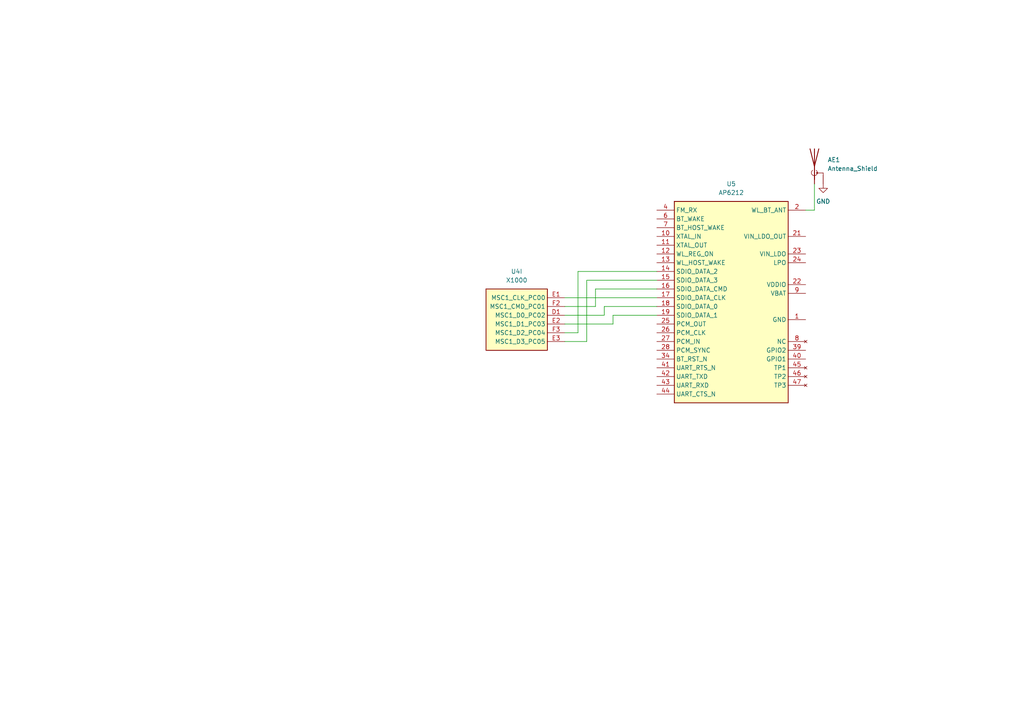
<source format=kicad_sch>
(kicad_sch (version 20211123) (generator eeschema)
  (paper "A4")
  (lib_symbols
    (symbol "Device:Antenna_Shield" (pin_numbers hide) (pin_names (offset 1.016) hide)
      (property "Reference" "AE" (at -1.905 4.445 0))
      (property "Value" "Antenna_Shield" (at -1.905 2.54 0))
      (symbol "Antenna_Shield_0_1"
        (arc (start -0.508 -1.143) (mid -0.8429 -2.1194) (end 0 -2.667))
        (arc (start 0 -2.667) (mid 0.7989 -2.1052) (end 0.508 -1.143))
        (polyline (pts (xy 0 -2.54) (xy 0 0)))
        (polyline (pts (xy 0 5.08) (xy 0 -3.81)) (stroke (width 0.254)))
        (polyline (pts (xy 0.762 -1.905) (xy 2.54 -1.905)))
        (polyline (pts (xy 2.54 -2.54) (xy 2.54 -1.905)))
        (polyline (pts (xy 1.27 5.08) (xy 0 0) (xy -1.27 5.08)) (stroke (width 0.254)))
        (circle (center 0.762 -1.905) (radius 0.1778) (fill (type outline)))
      )
      (symbol "Antenna_Shield_1_1"
        (pin input line (at 0 -5.08 90) (length 2.54) (name "A") (number "1"))
        (pin input line (at 2.54 -5.08 90) (length 2.54) (name "Shield") (number "2"))
      )
    )
    (symbol "TheBrutzlers_Lib:AP6212"
      (property "Reference" "U" (at 5.08 6.35 0))
      (property "Value" "AP6212" (at 5.08 3.81 0))
      (symbol "AP6212_1_1"
        (rectangle (start 5.08 0) (end 38.1 -58.42) (stroke (width 0.254)) (fill (type background)))
        (pin power_in line (at 43.18 -34.29 180) (length 5.08) (name "GND") (number "1"))
        (pin input line (at 0 -10.16 0) (length 5.08) (name "XTAL_IN") (number "10"))
        (pin output line (at 0 -12.7 0) (length 5.08) (name "XTAL_OUT") (number "11"))
        (pin input line (at 0 -15.24 0) (length 5.08) (name "WL_REG_ON") (number "12"))
        (pin output line (at 0 -17.78 0) (length 5.08) (name "WL_HOST_WAKE") (number "13"))
        (pin bidirectional line (at 0 -20.32 0) (length 5.08) (name "SDIO_DATA_2") (number "14"))
        (pin bidirectional line (at 0 -22.86 0) (length 5.08) (name "SDIO_DATA_3") (number "15"))
        (pin input line (at 0 -25.4 0) (length 5.08) (name "SDIO_DATA_CMD") (number "16"))
        (pin input line (at 0 -27.94 0) (length 5.08) (name "SDIO_DATA_CLK") (number "17"))
        (pin bidirectional line (at 0 -30.48 0) (length 5.08) (name "SDIO_DATA_0") (number "18"))
        (pin bidirectional line (at 0 -33.02 0) (length 5.08) (name "SDIO_DATA_1") (number "19"))
        (pin bidirectional line (at 43.18 -2.54 180) (length 5.08) (name "WL_BT_ANT") (number "2"))
        (pin power_in line (at 43.18 -34.29 180) (length 5.08) hide (name "GND") (number "20"))
        (pin power_out line (at 43.18 -10.16 180) (length 5.08) (name "VIN_LDO_OUT") (number "21"))
        (pin power_in line (at 43.18 -24.13 180) (length 5.08) (name "VDDIO") (number "22"))
        (pin power_in line (at 43.18 -15.24 180) (length 5.08) (name "VIN_LDO") (number "23"))
        (pin power_out line (at 43.18 -17.78 180) (length 5.08) (name "LPO") (number "24"))
        (pin output line (at 0 -35.56 0) (length 5.08) (name "PCM_OUT") (number "25"))
        (pin input line (at 0 -38.1 0) (length 5.08) (name "PCM_CLK") (number "26"))
        (pin input line (at 0 -40.64 0) (length 5.08) (name "PCM_IN") (number "27"))
        (pin input line (at 0 -43.18 0) (length 5.08) (name "PCM_SYNC") (number "28"))
        (pin no_connect line (at 43.18 -40.64 180) (length 5.08) hide (name "NC") (number "29"))
        (pin power_in line (at 43.18 -34.29 180) (length 5.08) hide (name "GND") (number "3"))
        (pin no_connect line (at 43.18 -40.64 180) (length 5.08) hide (name "NC") (number "30"))
        (pin power_in line (at 43.18 -34.29 180) (length 5.08) hide (name "GND") (number "31"))
        (pin no_connect line (at 43.18 -40.64 180) (length 5.08) hide (name "NC") (number "32"))
        (pin power_in line (at 43.18 -34.29 180) (length 5.08) hide (name "GND") (number "33"))
        (pin input line (at 0 -45.72 0) (length 5.08) (name "BT_RST_N") (number "34"))
        (pin no_connect line (at 43.18 -40.64 180) (length 5.08) hide (name "NC") (number "35"))
        (pin power_in line (at 43.18 -34.29 180) (length 5.08) hide (name "GND") (number "36"))
        (pin no_connect line (at 43.18 -40.64 180) (length 5.08) hide (name "NC") (number "37"))
        (pin no_connect line (at 43.18 -40.64 180) (length 5.08) hide (name "NC") (number "38"))
        (pin bidirectional line (at 43.18 -43.18 180) (length 5.08) (name "GPIO2") (number "39"))
        (pin bidirectional line (at 0 -2.54 0) (length 5.08) (name "FM_RX") (number "4"))
        (pin bidirectional line (at 43.18 -45.72 180) (length 5.08) (name "GPIO1") (number "40"))
        (pin input line (at 0 -48.26 0) (length 5.08) (name "UART_RTS_N") (number "41"))
        (pin output line (at 0 -50.8 0) (length 5.08) (name "UART_TXD") (number "42"))
        (pin input line (at 0 -53.34 0) (length 5.08) (name "UART_RXD") (number "43"))
        (pin input line (at 0 -55.88 0) (length 5.08) (name "UART_CTS_N") (number "44"))
        (pin no_connect line (at 43.18 -48.26 180) (length 5.08) (name "TP1") (number "45"))
        (pin no_connect line (at 43.18 -50.8 180) (length 5.08) (name "TP2") (number "46"))
        (pin no_connect line (at 43.18 -53.34 180) (length 5.08) (name "TP3") (number "47"))
        (pin no_connect line (at 43.18 -40.64 180) (length 5.08) hide (name "NC") (number "5"))
        (pin input line (at 0 -5.08 0) (length 5.08) (name "BT_WAKE") (number "6"))
        (pin output line (at 0 -7.62 0) (length 5.08) (name "BT_HOST_WAKE") (number "7"))
        (pin no_connect line (at 43.18 -40.64 180) (length 5.08) (name "NC") (number "8"))
        (pin power_in line (at 43.18 -26.67 180) (length 5.08) (name "VBAT") (number "9"))
      )
    )
    (symbol "TheBrutzlers_Lib:X1000"
      (property "Reference" "U" (at 13.97 6.35 0))
      (property "Value" "X1000" (at 13.97 3.81 0))
      (symbol "X1000_1_1"
        (rectangle (start 5.08 2.54) (end 20.32 -22.86) (stroke (width 0.254)) (fill (type background)))
        (pin output line (at 25.4 -17.78 180) (length 5.08) (name "COEDC_PWMRP") (number "M15"))
        (pin output line (at 25.4 -20.32 180) (length 5.08) (name "CODEC_PWMRN") (number "M16"))
        (pin output line (at 25.4 -12.7 180) (length 5.08) (name "CODEC_PWMLP") (number "N15"))
        (pin output line (at 25.4 -15.24 180) (length 5.08) (name "CODEC_PWMLN") (number "N16"))
        (pin power_in line (at 25.4 0 180) (length 5.08) (name "CODEC_VREFP") (number "P15"))
        (pin unspecified line (at 25.4 -10.16 180) (length 5.08) (name "MICBIAS") (number "R14"))
        (pin bidirectional line (at 25.4 -7.62 180) (length 5.08) (name "AIN") (number "R15"))
        (pin bidirectional line (at 25.4 -5.08 180) (length 5.08) (name "AIP") (number "R16"))
        (pin power_out line (at 25.4 -2.54 180) (length 5.08) (name "VCAP") (number "T15"))
      )
      (symbol "X1000_2_1"
        (rectangle (start 5.08 2.54) (end 71.12 -40.64) (stroke (width 0.254)) (fill (type background)))
        (pin bidirectional line (at 76.2 -35.56 180) (length 5.08) (name "SD14_SLCD_D14_CIM_D5_PA14") (number "A11"))
        (pin bidirectional line (at 76.2 -25.4 180) (length 5.08) (name "SD10_SLCD_D10_CIM_VSYN_PA10") (number "A15"))
        (pin bidirectional line (at 0 -25.4 0) (length 5.08) (name "SFC_CLK_SSI0_CLK_PA26") (number "A7"))
        (pin bidirectional line (at 76.2 -38.1 180) (length 5.08) (name "SD15_SLCD_D15_CIM_D4_PA15") (number "B11"))
        (pin bidirectional line (at 76.2 -22.86 180) (length 5.08) (name "SD9_SLCD_D9_CIM_HSYN_PA09") (number "B15"))
        (pin bidirectional line (at 76.2 -17.78 180) (length 5.08) (name "SD7_SLCD_D7_PA07") (number "B16"))
        (pin bidirectional line (at 0 -33.02 0) (length 5.08) (name "SFC_DT_SSI0_DT_PA29") (number "B7"))
        (pin bidirectional line (at 0 -30.48 0) (length 5.08) (name "SFC_DR_SSI0_DR_PA28") (number "B8"))
        (pin bidirectional line (at 76.2 -33.02 180) (length 5.08) (name "SD13_SLCD_D13_CIM_D6_PA13") (number "C11"))
        (pin bidirectional line (at 76.2 -27.94 180) (length 5.08) (name "SD11_SLCD_D11_CIM_MCLK_PA11") (number "C14"))
        (pin bidirectional line (at 76.2 -20.32 180) (length 5.08) (name "SD8_SLCD_D8_CIM_PCLK_PA08") (number "C15"))
        (pin bidirectional line (at 76.2 -12.7 180) (length 5.08) (name "SD5_SLCD_D5_UART1_TXD_PA05") (number "C16"))
        (pin bidirectional line (at 0 -38.1 0) (length 5.08) (name "SFC_HOLD_SSI0_GPC_PA31") (number "C6"))
        (pin bidirectional line (at 0 -27.94 0) (length 5.08) (name "SFC_CE_SSI0_CE0_PA27") (number "C7"))
        (pin bidirectional line (at 76.2 -30.48 180) (length 5.08) (name "SD12_SLCD_D12_CIM_D7_PA12") (number "D11"))
        (pin bidirectional line (at 76.2 -10.16 180) (length 5.08) (name "SD4_SLCD_D4_UART1_RXD_PA04") (number "D16"))
        (pin bidirectional line (at 0 -35.56 0) (length 5.08) (name "SFC_WP_SSI0_CE1_PA30") (number "D6"))
        (pin bidirectional line (at 76.2 -15.24 180) (length 5.08) (name "SD6_SLCD_D6_PA06") (number "E15"))
        (pin bidirectional line (at 76.2 -5.08 180) (length 5.08) (name "SD2_SLCD_D2_UART2_RXD_PA02") (number "E16"))
        (pin bidirectional line (at 76.2 -7.62 180) (length 5.08) (name "SD3_SLCD_D3_UART2_TXD_PA03") (number "F15"))
        (pin bidirectional line (at 76.2 0 180) (length 5.08) (name "SD0_SLCD_D0_I2C1_SCK_PA00") (number "F16"))
        (pin bidirectional line (at 76.2 -2.54 180) (length 5.08) (name "SD1_SLCD_D1_I2C1_SDA_PA01") (number "G15"))
      )
      (symbol "X1000_3_1"
        (rectangle (start 5.08 2.54) (end 68.58 -40.64) (stroke (width 0.254)) (fill (type background)))
        (pin bidirectional line (at 73.66 -10.16 180) (length 5.08) (name "WE_SLCD_WR_PB17") (number "D15"))
        (pin bidirectional line (at 73.66 -15.24 180) (length 5.08) (name "CS2_SLCD_TE_PB19") (number "E13"))
        (pin bidirectional line (at 73.66 -17.78 180) (length 5.08) (name "WAIT_SLCD_DC_PB20") (number "E14"))
        (pin bidirectional line (at 73.66 -12.7 180) (length 5.08) (name "CS1_SLCD_CE_PB18") (number "F14"))
        (pin bidirectional line (at 73.66 -7.62 180) (length 5.08) (name "RD_SLCD_RD_PB16") (number "G14"))
        (pin bidirectional line (at 0 -35.56 0) (length 5.08) (name "SA14_MAC_MDIO_PB14") (number "G16"))
        (pin bidirectional line (at 73.66 -22.86 180) (length 5.08) (name "DMIC0_IN_PB22") (number "G3"))
        (pin bidirectional line (at 73.66 -27.94 180) (length 5.08) (name "I2C0_SDA_SCC_DATA_PB24") (number "H1"))
        (pin bidirectional line (at 0 -38.1 0) (length 5.08) (name "SA15_MAC_REF_CLK_PB15") (number "H15"))
        (pin bidirectional line (at 0 -30.48 0) (length 5.08) (name "SA12_MAC_TXD0_PB12") (number "H16"))
        (pin bidirectional line (at 0 -33.02 0) (length 5.08) (name "SA13_MAC_MDC_PB13") (number "J15"))
        (pin bidirectional line (at 0 -27.94 0) (length 5.08) (name "SA11_MAC_TXD1_PB11") (number "J16"))
        (pin bidirectional line (at 73.66 -25.4 180) (length 5.08) (name "I2C0_SCK_SCC_CLK_PB23") (number "J2"))
        (pin bidirectional line (at 0 -25.4 0) (length 5.08) (name "SA10_MAC_TXEN_PB10") (number "K14"))
        (pin bidirectional line (at 0 -22.86 0) (length 5.08) (name "SA9_MAC_RXD0_PB09") (number "K15"))
        (pin bidirectional line (at 0 -20.32 0) (length 5.08) (name "SA8_MAC_RXD1_PB08") (number "K16"))
        (pin bidirectional line (at 0 -17.78 0) (length 5.08) (name "SA7_MAC_CRS_DV_PB07") (number "L14"))
        (pin bidirectional line (at 0 -15.24 0) (length 5.08) (name "SA6_MAC_PHY_CLK_PWM3_PB06") (number "L15"))
        (pin bidirectional line (at 0 0 0) (length 5.08) (name "SA0_I2S_MCLK_PB00") (number "R2"))
        (pin bidirectional line (at 0 -7.62 0) (length 5.08) (name "SA3_I2S_DI_PB03") (number "R3"))
        (pin bidirectional line (at 0 -10.16 0) (length 5.08) (name "SA4_I2S_DO_PB04") (number "R4"))
        (pin bidirectional line (at 73.66 -20.32 180) (length 5.08) (name "DMIC_CLK_PB21") (number "R5"))
        (pin bidirectional line (at 73.66 -30.48 180) (length 5.08) (name "DRV_VBUS_PB25") (number "T11"))
        (pin bidirectional line (at 0 -2.54 0) (length 5.08) (name "SA1_I2S_BCLK_PB01") (number "T2"))
        (pin bidirectional line (at 0 -5.08 0) (length 5.08) (name "SA2_I2S_LRCLK_PB02") (number "T3"))
        (pin bidirectional line (at 0 -12.7 0) (length 5.08) (name "SA5_DMIC1_IN_PB05") (number "T4"))
      )
      (symbol "X1000_4_1"
        (rectangle (start 15.24 0) (end 60.96 -46.99) (stroke (width 0.254)) (fill (type background)))
        (pin bidirectional line (at 66.04 -16.51 180) (length 5.08) (name "MSC0_D4_CIM_D0_PA19") (number "A10"))
        (pin bidirectional line (at 66.04 -1.27 180) (length 5.08) (name "MSC0_CMD_SSI0_CE0_PA25") (number "A12"))
        (pin bidirectional line (at 66.04 -6.35 180) (length 5.08) (name "MSC0_D0_SSI0_DR_PA23") (number "A13"))
        (pin bidirectional line (at 66.04 -11.43 180) (length 5.08) (name "MSC0_D2_SSI0_CE1_PA21") (number "A14"))
        (pin bidirectional line (at 10.16 -16.51 0) (length 5.08) (name "PC17") (number "A2"))
        (pin bidirectional line (at 10.16 -24.13 0) (length 5.08) (name "PC20") (number "A3"))
        (pin bidirectional line (at 10.16 -31.75 0) (length 5.08) (name "PC23") (number "A4"))
        (pin bidirectional line (at 66.04 -44.45 180) (length 5.08) (name "UART0_RTS_PC13") (number "A5"))
        (pin bidirectional line (at 66.04 -39.37 180) (length 5.08) (name "UART0_TXD_PC11") (number "A6"))
        (pin bidirectional line (at 66.04 -21.59 180) (length 5.08) (name "MSC0_D6_CIM_D2_PA17") (number "A9"))
        (pin bidirectional line (at 66.04 -29.21 180) (length 5.08) (name "PCM_DO_PC07") (number "B1"))
        (pin bidirectional line (at 66.04 -19.05 180) (length 5.08) (name "MSC0_D5_CIM_D1_PA18") (number "B10"))
        (pin bidirectional line (at 66.04 -3.81 180) (length 5.08) (name "MSC0_CLK_SSI0_CLK_PA24") (number "B12"))
        (pin bidirectional line (at 66.04 -8.89 180) (length 5.08) (name "MSC0_D1_SSI0_DT_PA22") (number "B13"))
        (pin bidirectional line (at 66.04 -13.97 180) (length 5.08) (name "MSC0_D3_SSI0_GPC_PA20") (number "B14"))
        (pin bidirectional line (at 10.16 -13.97 0) (length 5.08) (name "PC16") (number "B2"))
        (pin bidirectional line (at 10.16 -21.59 0) (length 5.08) (name "PC19") (number "B3"))
        (pin bidirectional line (at 10.16 -29.21 0) (length 5.08) (name "PC22") (number "B4"))
        (pin bidirectional line (at 66.04 -41.91 180) (length 5.08) (name "UART0_CTS_PC12") (number "B5"))
        (pin bidirectional line (at 66.04 -36.83 180) (length 5.08) (name "UART0_RXD_PC10") (number "B6"))
        (pin bidirectional line (at 66.04 -26.67 180) (length 5.08) (name "PCM_CLK_PC06") (number "C1"))
        (pin bidirectional line (at 66.04 -24.13 180) (length 5.08) (name "MSC0_D7_CIM_D3_PA16") (number "C10"))
        (pin bidirectional line (at 66.04 -34.29 180) (length 5.08) (name "PCM_SYN_PC09") (number "C2"))
        (pin bidirectional line (at 10.16 -19.05 0) (length 5.08) (name "PC18") (number "C3"))
        (pin bidirectional line (at 66.04 -31.75 180) (length 5.08) (name "PCM_DI_PC08") (number "D2"))
        (pin bidirectional line (at 10.16 -26.67 0) (length 5.08) (name "PC21") (number "E4"))
        (pin bidirectional line (at 10.16 -41.91 0) (length 5.08) (name "I2C1_SDA_PWM2_PC27") (number "J1"))
        (pin bidirectional line (at 10.16 -36.83 0) (length 5.08) (name "PWM0_PC25") (number "K1"))
        (pin bidirectional line (at 10.16 -39.37 0) (length 5.08) (name "I2C1_SCK_PWM1_PC26") (number "K2"))
        (pin bidirectional line (at 10.16 -34.29 0) (length 5.08) (name "PWM4_PC24") (number "L1"))
      )
      (symbol "X1000_5_1"
        (rectangle (start 5.08 2.54) (end 38.1 -15.24) (stroke (width 0.254)) (fill (type background)))
        (pin bidirectional line (at 43.18 -12.7 180) (length 5.08) (name "UART2_RXD_UART1_RTS_PD05") (number "N1"))
        (pin bidirectional line (at 43.18 -10.16 180) (length 5.08) (name "UART2_TXD_UART1_CTS_PD04") (number "N2"))
        (pin bidirectional line (at 43.18 -7.62 180) (length 5.08) (name "SSI0_DR_UART1_TXD_PD03") (number "P1"))
        (pin bidirectional line (at 43.18 -5.08 180) (length 5.08) (name "SSI0_DT_UART1_RXD_PD02") (number "P2"))
        (pin bidirectional line (at 43.18 0 180) (length 5.08) (name "SSI0_CLK_I2C2_SCK_PD00") (number "P3"))
        (pin bidirectional line (at 43.18 -2.54 180) (length 5.08) (name "SSI0_CE0_I2C2_SDA_PD01") (number "R1"))
      )
      (symbol "X1000_6_1"
        (rectangle (start 5.08 2.54) (end 35.56 -30.48) (stroke (width 0.254)) (fill (type background)))
        (pin power_in line (at 0 -17.78 0) (length 5.08) (name "VREF0") (number "A8"))
        (pin power_in line (at 0 -15.24 0) (length 5.08) (name "ZQ") (number "B9"))
        (pin passive line (at 0 -2.54 0) (length 5.08) hide (name "VSSMEM[6]") (number "E10"))
        (pin power_in line (at 0 -5.08 0) (length 5.08) (name "LPDDR_VDD[3]") (number "E6"))
        (pin power_in line (at 0 0 0) (length 5.08) (name "VDDMEM[6]") (number "E7"))
        (pin passive line (at 0 0 0) (length 5.08) hide (name "VDDMEM[6]") (number "E8"))
        (pin power_in line (at 0 -2.54 0) (length 5.08) (name "VSSMEM[6]") (number "E9"))
        (pin passive line (at 0 -2.54 0) (length 5.08) hide (name "VSSMEM[6]") (number "F10"))
        (pin power_in line (at 40.64 -12.7 180) (length 5.08) (name "VDD[8]") (number "F11"))
        (pin power_in line (at 0 -10.16 0) (length 5.08) (name "LPDDR_VDDQ[5]") (number "F5"))
        (pin passive line (at 0 -5.08 0) (length 5.08) hide (name "LPDDR_VDD[3]") (number "F6"))
        (pin passive line (at 0 0 0) (length 5.08) hide (name "VDDMEM[6]") (number "F7"))
        (pin passive line (at 0 0 0) (length 5.08) hide (name "VDDMEM[6]") (number "F8"))
        (pin passive line (at 0 -2.54 0) (length 5.08) hide (name "VSSMEM[6]") (number "F9"))
        (pin passive line (at 0 -2.54 0) (length 5.08) hide (name "VSSMEM[6]") (number "G10"))
        (pin passive line (at 40.64 -12.7 180) (length 5.08) hide (name "VDD[8]") (number "G11"))
        (pin passive line (at 40.64 -12.7 180) (length 5.08) hide (name "VDD[8]") (number "G12"))
        (pin passive line (at 0 -10.16 0) (length 5.08) hide (name "LPDDR_VDDQ[5]") (number "G5"))
        (pin passive line (at 0 -5.08 0) (length 5.08) hide (name "LPDDR_VDD[3]") (number "G6"))
        (pin passive line (at 0 0 0) (length 5.08) hide (name "VDDMEM[6]") (number "G7"))
        (pin passive line (at 0 0 0) (length 5.08) hide (name "VDDMEM[6]") (number "G8"))
        (pin passive line (at 0 -2.54 0) (length 5.08) hide (name "VSSMEM[6]") (number "G9"))
        (pin passive line (at 40.64 -12.7 180) (length 5.08) hide (name "VDD[8]") (number "H10"))
        (pin passive line (at 40.64 -12.7 180) (length 5.08) hide (name "VDD[8]") (number "H11"))
        (pin passive line (at 40.64 -12.7 180) (length 5.08) hide (name "VDD[8]") (number "H12"))
        (pin passive line (at 0 -10.16 0) (length 5.08) hide (name "LPDDR_VDDQ[5]") (number "H5"))
        (pin passive line (at 0 -10.16 0) (length 5.08) hide (name "LPDDR_VDDQ[5]") (number "H6"))
        (pin passive line (at 0 -10.16 0) (length 5.08) hide (name "LPDDR_VDDQ[5]") (number "H7"))
        (pin power_in line (at 40.64 -10.16 180) (length 5.08) (name "VSS[11]") (number "J10"))
        (pin passive line (at 40.64 -12.7 180) (length 5.08) hide (name "VDD[8]") (number "J11"))
        (pin passive line (at 40.64 -12.7 180) (length 5.08) hide (name "VDD[8]") (number "J12"))
        (pin power_in line (at 0 -12.7 0) (length 5.08) (name "LPDDR_VSSQ[5]") (number "J5"))
        (pin passive line (at 0 -12.7 0) (length 5.08) hide (name "LPDDR_VSSQ[5]") (number "J6"))
        (pin power_in line (at 0 -7.62 0) (length 5.08) (name "LPDDR_VSS[3]") (number "J7"))
        (pin passive line (at 40.64 -10.16 180) (length 5.08) hide (name "VSS[11]") (number "K10"))
        (pin power_in line (at 40.64 -5.08 180) (length 5.08) (name "VDDIO[3]") (number "K11"))
        (pin passive line (at 40.64 -5.08 180) (length 5.08) hide (name "VDDIO[3]") (number "K12"))
        (pin passive line (at 0 -12.7 0) (length 5.08) hide (name "LPDDR_VSSQ[5]") (number "K5"))
        (pin passive line (at 0 -12.7 0) (length 5.08) hide (name "LPDDR_VSSQ[5]") (number "K6"))
        (pin passive line (at 0 -7.62 0) (length 5.08) hide (name "LPDDR_VSS[3]") (number "K7"))
        (pin passive line (at 40.64 -10.16 180) (length 5.08) hide (name "VSS[11]") (number "K8"))
        (pin passive line (at 40.64 -10.16 180) (length 5.08) hide (name "VSS[11]") (number "K9"))
        (pin passive line (at 40.64 -10.16 180) (length 5.08) hide (name "VSS[11]") (number "L10"))
        (pin passive line (at 40.64 -10.16 180) (length 5.08) hide (name "VSS[11]") (number "L11"))
        (pin passive line (at 40.64 -5.08 180) (length 5.08) hide (name "VDDIO[3]") (number "L12"))
        (pin power_in line (at 40.64 -15.24 180) (length 5.08) (name "VDDIO_CODEC") (number "L16"))
        (pin passive line (at 0 -12.7 0) (length 5.08) hide (name "LPDDR_VSSQ[5]") (number "L6"))
        (pin passive line (at 0 -7.62 0) (length 5.08) hide (name "LPDDR_VSS[3]") (number "L7"))
        (pin passive line (at 40.64 -10.16 180) (length 5.08) hide (name "VSS[11]") (number "L8"))
        (pin passive line (at 40.64 -10.16 180) (length 5.08) hide (name "VSS[11]") (number "L9"))
        (pin passive line (at 40.64 -10.16 180) (length 5.08) hide (name "VSS[11]") (number "M10"))
        (pin power_in line (at 40.64 -17.78 180) (length 5.08) (name "VSSIO_CODEC") (number "M14"))
        (pin passive line (at 40.64 -10.16 180) (length 5.08) hide (name "VSS[11]") (number "M8"))
        (pin passive line (at 40.64 -10.16 180) (length 5.08) hide (name "VSS[11]") (number "M9"))
        (pin power_in line (at 40.64 -7.62 180) (length 5.08) (name "VDDIO_5T") (number "N6"))
        (pin power_in line (at 0 -20.32 0) (length 5.08) (name "VSSRTC") (number "N7"))
        (pin power_in line (at 40.64 -27.94 180) (length 5.08) (name "PLL_AVSS") (number "P10"))
        (pin power_in line (at 40.64 -2.54 180) (length 5.08) (name "CODEC_AVSS") (number "P14"))
        (pin power_in line (at 40.64 0 180) (length 5.08) (name "CODEC_AVDD") (number "P16"))
        (pin power_in line (at 40.64 -22.86 180) (length 5.08) (name "PLL_DVSS") (number "P9"))
        (pin power_in line (at 40.64 -25.4 180) (length 5.08) (name "PLL_AVDD") (number "R9"))
        (pin power_in line (at 0 -22.86 0) (length 5.08) (name "VDDRTC") (number "T6"))
        (pin power_in line (at 40.64 -20.32 180) (length 5.08) (name "PLL_DVDD") (number "T9"))
      )
      (symbol "X1000_7_1"
        (rectangle (start 5.08 2.54) (end 48.26 -35.56) (stroke (width 0.254)) (fill (type background)))
        (pin bidirectional line (at 53.34 -20.32 180) (length 5.08) (name "EXCLK_PB27") (number "F1"))
        (pin output line (at 0 -22.86 0) (length 5.08) (name "TDO_UART2_TXD") (number "G1"))
        (pin input line (at 0 -25.4 0) (length 5.08) (name "TDI_UART2_RXD") (number "G2"))
        (pin power_in line (at 0 -33.02 0) (length 5.08) (name "AVDEFUSE") (number "H2"))
        (pin input line (at 0 -20.32 0) (length 5.08) (name "pad_TRST_") (number "K3"))
        (pin bidirectional line (at 53.34 -25.4 180) (length 5.08) (name "BOOT_SEL1_PB29") (number "L2"))
        (pin input line (at 0 -27.94 0) (length 5.08) (name "TCK") (number "L3"))
        (pin bidirectional line (at 53.34 -27.94 180) (length 5.08) (name "BOOT_SEL2_PB30") (number "M1"))
        (pin bidirectional line (at 53.34 -22.86 180) (length 5.08) (name "BOOT_SEL0_PB28") (number "M2"))
        (pin bidirectional line (at 0 -30.48 0) (length 5.08) (name "TMS") (number "M3"))
        (pin input line (at 0 -7.62 0) (length 5.08) (name "PPRST_") (number "P6"))
        (pin input line (at 0 -10.16 0) (length 5.08) (name "TEST_TE") (number "P7"))
        (pin output line (at 0 -17.78 0) (length 5.08) (name "EXCLK_XO(EXCLK_O)") (number "R10"))
        (pin bidirectional line (at 53.34 -30.48 180) (length 5.08) (name "WKUP_PB31") (number "R6"))
        (pin output line (at 0 -5.08 0) (length 5.08) (name "PWRON") (number "R7"))
        (pin input line (at 0 0 0) (length 5.08) (name "RTCLK") (number "R8"))
        (pin input line (at 0 -15.24 0) (length 5.08) (name "EXCLK_XI(EXCLK_I)") (number "T10"))
        (pin bidirectional line (at 53.34 -17.78 180) (length 5.08) (name "RTC32K_PB26") (number "T5"))
        (pin power_out line (at 0 -12.7 0) (length 5.08) (name "LDOOUT") (number "T7"))
        (pin output line (at 0 -2.54 0) (length 5.08) (name "XRTCLK") (number "T8"))
      )
      (symbol "X1000_8_1"
        (rectangle (start 5.08 2.54) (end 30.48 -20.32) (stroke (width 0.254)) (fill (type background)))
        (pin input line (at 35.56 -7.62 180) (length 5.08) (name "USB_ID(OTG_ID)") (number "P11"))
        (pin input line (at 35.56 -5.08 180) (length 5.08) (name "USB_VBUS(OTG_VBUS)") (number "P13"))
        (pin power_in line (at 35.56 -15.24 180) (length 5.08) (name "AVSOTG") (number "R11"))
        (pin bidirectional line (at 35.56 0 180) (length 5.08) (name "USB_DP0(OTG_DP)") (number "R12"))
        (pin bidirectional line (at 35.56 -10.16 180) (length 5.08) (name "OTG_TXR_RKL") (number "R13"))
        (pin bidirectional line (at 35.56 -2.54 180) (length 5.08) (name "USB_DM0(OTG_DM)") (number "T12"))
        (pin power_in line (at 35.56 -17.78 180) (length 5.08) (name "AVDOTG25") (number "T13"))
        (pin power_in line (at 35.56 -12.7 180) (length 5.08) (name "AVDOTG") (number "T14"))
      )
      (symbol "X1000_9_1"
        (rectangle (start 2.54 1.27) (end 20.32 -16.51) (stroke (width 0.254)) (fill (type background)))
        (pin bidirectional line (at 25.4 -6.35 180) (length 5.08) (name "MSC1_D0_PC02") (number "D1"))
        (pin bidirectional line (at 25.4 -1.27 180) (length 5.08) (name "MSC1_CLK_PC00") (number "E1"))
        (pin bidirectional line (at 25.4 -8.89 180) (length 5.08) (name "MSC1_D1_PC03") (number "E2"))
        (pin bidirectional line (at 25.4 -13.97 180) (length 5.08) (name "MSC1_D3_PC05") (number "E3"))
        (pin bidirectional line (at 25.4 -3.81 180) (length 5.08) (name "MSC1_CMD_PC01") (number "F2"))
        (pin bidirectional line (at 25.4 -11.43 180) (length 5.08) (name "MSC1_D2_PC04") (number "F3"))
      )
    )
    (symbol "power:GND" (power) (pin_names (offset 0))
      (property "Value" "GND" (at 0 -3.81 0))
      (symbol "GND_0_1"
        (polyline (pts (xy 0 0) (xy 0 -1.27) (xy 1.27 -1.27) (xy 0 -2.54) (xy -1.27 -1.27) (xy 0 -1.27)))
      )
      (symbol "GND_1_1"
        (pin power_in line (at 0 0 270) (length 0) hide (name "GND") (number "1"))
      )
    )
  )
  (wire (pts (xy 163.83 88.9) (xy 172.72 88.9)))
  (wire (pts (xy 163.83 96.52) (xy 167.64 96.52)))
  (wire (pts (xy 177.8 91.44) (xy 190.5 91.44)))
  (wire (pts (xy 163.83 86.36) (xy 190.5 86.36)))
  (wire (pts (xy 172.72 83.82) (xy 190.5 83.82)))
  (wire (pts (xy 177.8 93.98) (xy 177.8 91.44)))
  (wire (pts (xy 167.64 78.74) (xy 190.5 78.74)))
  (wire (pts (xy 167.64 96.52) (xy 167.64 78.74)))
  (wire (pts (xy 163.83 91.44) (xy 175.26 91.44)))
  (wire (pts (xy 236.22 53.34) (xy 236.22 60.96)))
  (wire (pts (xy 170.18 81.28) (xy 190.5 81.28)))
  (wire (pts (xy 175.26 91.44) (xy 175.26 88.9)))
  (wire (pts (xy 175.26 88.9) (xy 190.5 88.9)))
  (wire (pts (xy 163.83 93.98) (xy 177.8 93.98)))
  (wire (pts (xy 172.72 88.9) (xy 172.72 83.82)))
  (wire (pts (xy 233.68 60.96) (xy 236.22 60.96)))
  (wire (pts (xy 170.18 99.06) (xy 170.18 81.28)))
  (wire (pts (xy 163.83 99.06) (xy 170.18 99.06)))
  (symbol (lib_id "TheBrutzlers_Lib:X1000") (at 138.43 85.09 0) (unit 9)
    (property "Reference" "U4" (at 149.86 78.74 0))
    (property "Value" "X1000" (at 149.86 81.28 0))
  )
  (symbol (lib_id "TheBrutzlers_Lib:AP6212") (at 190.5 58.42 0) (unit 1)
    (property "Reference" "U5" (at 212.09 53.34 0))
    (property "Value" "AP6212" (at 212.09 55.88 0))
    (property "Footprint" "TheBrutzlers_Lib:AP6212" (effects hide))
    (property "Datasheet" "https://datasheet.lcsc.com/lcsc/2111121030_AMPAK-Tech-AP6212_C2798300.pdf" (effects hide))
  )
  (symbol (lib_id "power:GND") (at 238.76 53.34 0) (unit 1)
    (property "Reference" "#PWR039" (effects hide))
    (property "Value" "GND" (at 238.76 58.42 0))
  )
  (symbol (lib_id "Device:Antenna_Shield") (at 236.22 48.26 0) (unit 1)
    (property "Reference" "AE1" (at 240.03 46.3549 0) (effects (justify left)))
    (property "Value" "Antenna_Shield" (at 240.03 48.8949 0) (effects (justify left)))
    (property "Footprint" "RF_Antenna:Texas_SWRA117D_2.4GHz_Left" (effects hide))
  )
)
</source>
